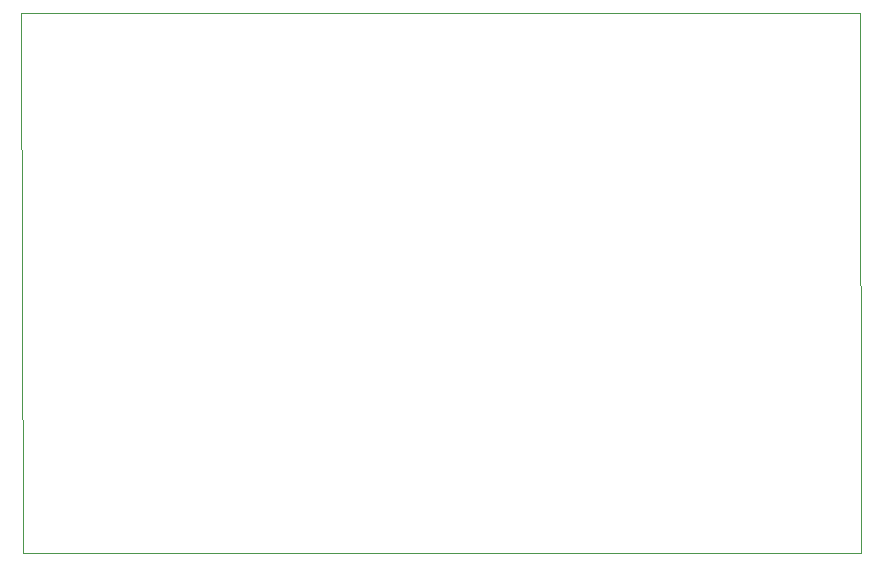
<source format=gbr>
G04 #@! TF.GenerationSoftware,KiCad,Pcbnew,(5.1.5)-3*
G04 #@! TF.CreationDate,2020-04-25T22:11:24+03:00*
G04 #@! TF.ProjectId,ATtiny85_NeoPixel_SKRv.1.3,41547469-6e79-4383-955f-4e656f506978,v.1.0*
G04 #@! TF.SameCoordinates,Original*
G04 #@! TF.FileFunction,Profile,NP*
%FSLAX46Y46*%
G04 Gerber Fmt 4.6, Leading zero omitted, Abs format (unit mm)*
G04 Created by KiCad (PCBNEW (5.1.5)-3) date 2020-04-25 22:11:24*
%MOMM*%
%LPD*%
G04 APERTURE LIST*
%ADD10C,0.050000*%
G04 APERTURE END LIST*
D10*
X45897800Y-93903800D02*
X45745400Y-48234600D01*
X116814600Y-93954600D02*
X45897800Y-93903800D01*
X116789200Y-48234600D02*
X116814600Y-93954600D01*
X45745400Y-48234600D02*
X116789200Y-48234600D01*
M02*

</source>
